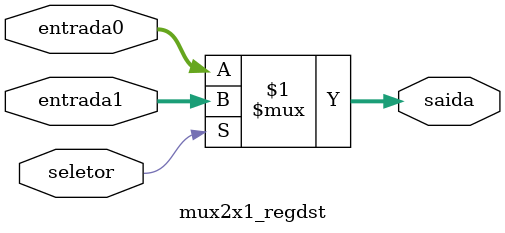
<source format=v>

/* Projeto 2° VA - Arquitetura e Organização de Computadores - 2024.2
   Alunos: Heitor Leander Feitosa da silva
           Joao victor Morais Barreto da silva
           Mariane Elisa dos Santos Souza
           Samuel Roberto de Carvalho Bezerra
	Descrição do arquivo:  mux2x1 				*/

module mux2x1_regdst (entrada0, entrada1, seletor, saida);
    
	//Descrição das entradas e saídas:
	input wire [4:0] entrada0;  	   
   input wire [4:0] entrada1;  	   
   input wire seletor;              // Sinal de seleção
   output wire [4:0] saida;  	  		// Saída do mux

	//Comportamento:
   assign saida = seletor ? entrada1 : entrada0; // Seleciona in2 se sel = 1, senão seleciona in1

endmodule
</source>
